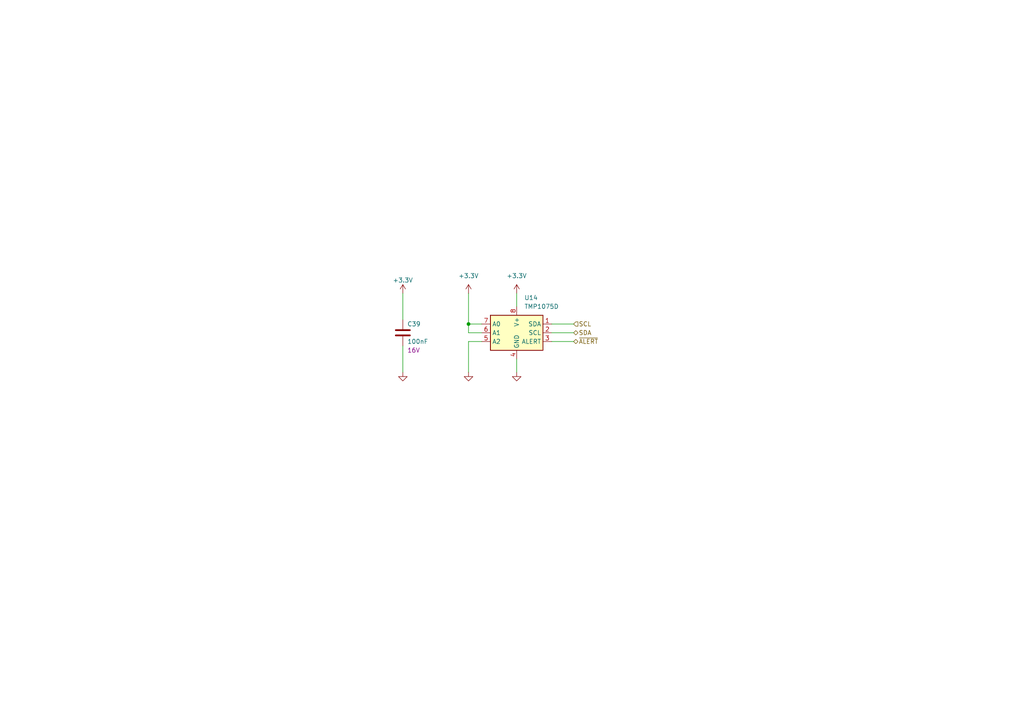
<source format=kicad_sch>
(kicad_sch (version 20231120) (generator "eeschema") (generator_version "8.0")
  (paper "A4")
  (lib_symbols
    (symbol "Device:C" (pin_numbers hide) (pin_names (offset 0.254))
      (property "Reference" "C" (at 0.635 2.54 0))
      (property "Value" "C" (at 0.635 -2.54 0))
      (symbol "C_0_1"
        (polyline (pts (xy -2.032 -0.762) (xy 2.032 -0.762)) (stroke (width 0.508)))
        (polyline (pts (xy -2.032 0.762) (xy 2.032 0.762)) (stroke (width 0.508)))
      )
      (symbol "C_1_1"
        (pin passive line (at 0 3.81 270) (length 2.794) (name "~") (number "1"))
        (pin passive line (at 0 -3.81 90) (length 2.794) (name "~") (number "2"))
      )
    )
    (symbol "Sensor_Temperature:TMP1075D"
      (property "Reference" "U" (at -6.35 6.35 0))
      (property "Value" "TMP1075D" (at 6.35 6.35 0))
      (symbol "TMP1075D_0_1"
        (rectangle (start -7.62 5.08) (end 7.62 -5.08) (stroke (width 0.254)) (fill (type background)))
      )
      (symbol "TMP1075D_1_1"
        (pin bidirectional line (at 10.16 2.54 180) (length 2.54) (name "SDA") (number "1"))
        (pin input line (at 10.16 0 180) (length 2.54) (name "SCL") (number "2"))
        (pin open_collector line (at 10.16 -2.54 180) (length 2.54) (name "ALERT") (number "3"))
        (pin power_in line (at 0 -7.62 90) (length 2.54) (name "GND") (number "4"))
        (pin input line (at -10.16 -2.54 0) (length 2.54) (name "A2") (number "5"))
        (pin input line (at -10.16 0 0) (length 2.54) (name "A1") (number "6"))
        (pin input line (at -10.16 2.54 0) (length 2.54) (name "A0") (number "7"))
        (pin power_in line (at 0 7.62 270) (length 2.54) (name "V+") (number "8"))
      )
    )
    (symbol "power:+3.3V" (power) (pin_names (offset 0))
      (property "Value" "+3.3V" (at 0 3.556 0))
      (symbol "+3.3V_0_1"
        (polyline (pts (xy -0.762 1.27) (xy 0 2.54)))
        (polyline (pts (xy 0 0) (xy 0 2.54)))
        (polyline (pts (xy 0 2.54) (xy 0.762 1.27)))
      )
      (symbol "+3.3V_1_1"
        (pin power_in line (at 0 0 90) (length 0) hide (name "+3.3V") (number "1"))
      )
    )
    (symbol "power:GND" (power) (pin_names (offset 0))
      (property "Value" "GND" (at 0 -3.81 0))
      (symbol "GND_0_1"
        (polyline (pts (xy 0 0) (xy 0 -1.27) (xy 1.27 -1.27) (xy 0 -2.54) (xy -1.27 -1.27) (xy 0 -1.27)))
      )
      (symbol "GND_1_1"
        (pin power_in line (at 0 0 270) (length 0) hide (name "GND") (number "1"))
      )
    )
  )
  (junction (at 135.89 93.98))
  (wire (pts (xy 160.02 99.06) (xy 166.37 99.06)))
  (wire (pts (xy 149.86 104.14) (xy 149.86 107.95)))
  (wire (pts (xy 160.02 96.52) (xy 166.37 96.52)))
  (wire (pts (xy 160.02 93.98) (xy 166.37 93.98)))
  (wire (pts (xy 135.89 93.98) (xy 135.89 96.52)))
  (wire (pts (xy 135.89 93.98) (xy 139.7 93.98)))
  (wire (pts (xy 135.89 85.09) (xy 135.89 93.98)))
  (wire (pts (xy 135.89 99.06) (xy 135.89 107.95)))
  (wire (pts (xy 116.84 100.33) (xy 116.84 107.95)))
  (wire (pts (xy 116.84 85.09) (xy 116.84 92.71)))
  (wire (pts (xy 135.89 96.52) (xy 139.7 96.52)))
  (wire (pts (xy 149.86 85.09) (xy 149.86 88.9)))
  (wire (pts (xy 135.89 99.06) (xy 139.7 99.06)))
  (hierarchical_label "SCL" (shape input) (at 166.37 93.98 0))
  (hierarchical_label "SDA" (shape bidirectional) (at 166.37 96.52 0))
  (hierarchical_label "~{ALERT}" (shape tri_state) (at 166.37 99.06 0))
  (symbol (lib_id "power:+3.3V") (at 149.86 85.09 0) (unit 1)
    (property "Reference" "#PWR0102" (effects (hide yes)))
    (property "Value" "+3.3V" (at 149.86 80.01 0))
  )
  (symbol (lib_id "Device:C") (at 116.84 96.52 0) (unit 1)
    (property "Reference" "C39" (at 118.11 93.98 0) (effects (justify left)))
    (property "Value" "100nF" (at 118.11 99.06 0) (effects (justify left)))
    (property "Footprint" "Capacitor_SMD:C_0805_2012Metric" (effects (hide yes)))
    (property "Info" "16V" (at 118.11 101.6 0) (effects (justify left)))
    (property "Shop" "https://store.comet.bg/Catalogue/Product/16789/" (effects (hide yes)))
    (property "LCSC" "C49678" (effects (hide yes)))
  )
  (symbol (lib_id "power:GND") (at 149.86 107.95 0) (unit 1)
    (property "Reference" "#PWR0103" (effects (hide yes)))
    (property "Value" "GND" (effects (hide yes)))
  )
  (symbol (lib_id "Sensor_Temperature:TMP1075D") (at 149.86 96.52 0) (unit 1)
    (property "Reference" "U14" (at 152.0541 86.36 0) (effects (justify left)))
    (property "Value" "TMP1075D" (at 152.0541 88.9 0) (effects (justify left)))
    (property "Footprint" "Package_SO:SO-8_3.9x4.9mm_P1.27mm" (effects (hide yes)))
    (property "Datasheet" "https://www.ti.com/lit/gpn/tmp1075" (effects (hide yes)))
    (property "Shop" "https://eu.mouser.com/ProductDetail/Texas-Instruments/TMP1075DR?qs=byeeYqUIh0MQFff6VZgmIA%3D%3D" (effects (hide yes)))
    (property "LCSC" "C2878381" (effects (hide yes)))
  )
  (symbol (lib_id "power:+3.3V") (at 116.84 85.09 0) (unit 1)
    (property "Reference" "#PWR098" (effects (hide yes)))
    (property "Value" "+3.3V" (at 116.84 81.28 0))
  )
  (symbol (lib_id "power:GND") (at 116.84 107.95 0) (unit 1)
    (property "Reference" "#PWR099" (effects (hide yes)))
    (property "Value" "GND" (effects (hide yes)))
  )
  (symbol (lib_id "power:+3.3V") (at 135.89 85.09 0) (unit 1)
    (property "Reference" "#PWR0100" (effects (hide yes)))
    (property "Value" "+3.3V" (at 135.89 80.01 0))
  )
  (symbol (lib_id "power:GND") (at 135.89 107.95 0) (unit 1)
    (property "Reference" "#PWR0101" (effects (hide yes)))
    (property "Value" "GND" (effects (hide yes)))
  )
)
</source>
